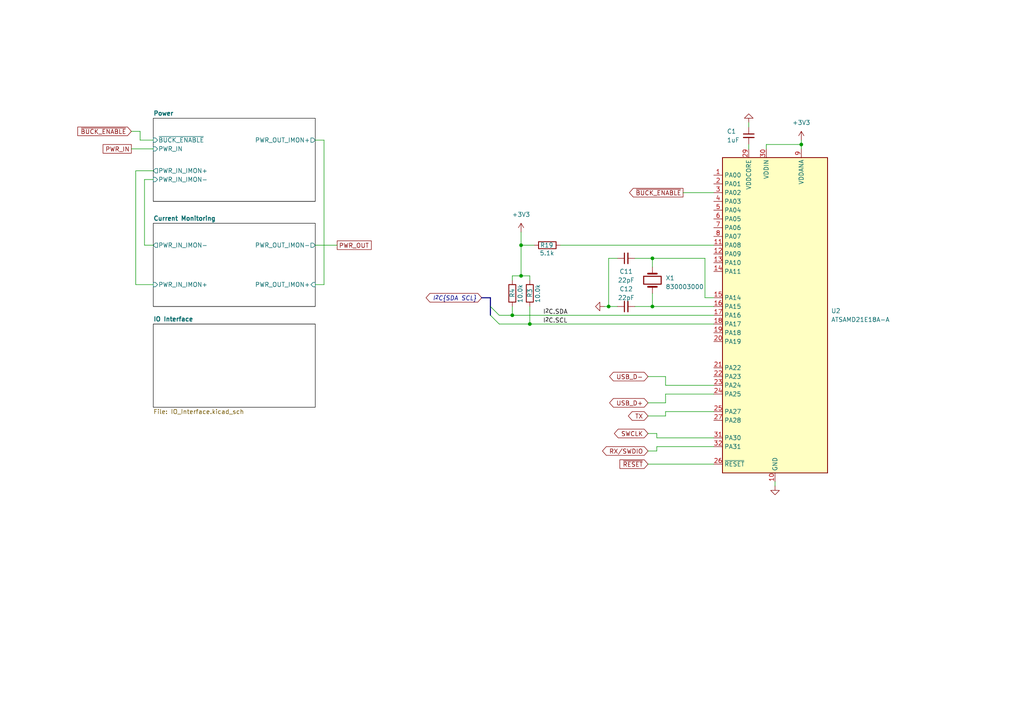
<source format=kicad_sch>
(kicad_sch (version 20230121) (generator eeschema)
  (paper "A4")
  (title_block (title "Smart Buck Converter") (date "2/7/2023") (rev "1.0.0") (company "Fabian Butkovich") (comment 1 "Microcontroller Unit and Sub Sheets"))
  (lib_symbols
    (symbol "Device:C_Small" (pin_numbers hide) (pin_names (offset 0.254) hide)
      (property "Reference" "C" (at 0.254 1.778 0))
      (property "Value" "C_Small" (at 0.254 -2.032 0))
      (symbol "C_Small_0_1"
        (polyline (pts (xy -1.524 -0.508) (xy 1.524 -0.508)) (stroke (width 0.3302)))
        (polyline (pts (xy -1.524 0.508) (xy 1.524 0.508)) (stroke (width 0.3048)))
      )
      (symbol "C_Small_1_1"
        (pin passive line (at 0 2.54 270) (length 2.032) (name "~") (number "1"))
        (pin passive line (at 0 -2.54 90) (length 2.032) (name "~") (number "2"))
      )
    )
    (symbol "Device:Crystal" (pin_numbers hide) (pin_names (offset 1.016) hide)
      (property "Reference" "Y" (at 0 3.81 0))
      (property "Value" "Crystal" (at 0 -3.81 0))
      (symbol "Crystal_0_1"
        (rectangle (start -1.143 2.54) (end 1.143 -2.54) (stroke (width 0.3048)))
        (polyline (pts (xy -2.54 0) (xy -1.905 0)))
        (polyline (pts (xy -1.905 -1.27) (xy -1.905 1.27)) (stroke (width 0.508)))
        (polyline (pts (xy 1.905 -1.27) (xy 1.905 1.27)) (stroke (width 0.508)))
        (polyline (pts (xy 2.54 0) (xy 1.905 0)))
      )
      (symbol "Crystal_1_1"
        (pin passive line (at -3.81 0 0) (length 1.27) (name "1") (number "1"))
        (pin passive line (at 3.81 0 180) (length 1.27) (name "2") (number "2"))
      )
    )
    (symbol "Device:R" (pin_numbers hide) (pin_names (offset 0))
      (property "Reference" "R" (at 2.032 0 90))
      (property "Value" "R" (at 0 0 90))
      (symbol "R_0_1"
        (rectangle (start -1.016 -2.54) (end 1.016 2.54) (stroke (width 0.254)))
      )
      (symbol "R_1_1"
        (pin passive line (at 0 3.81 270) (length 1.27) (name "~") (number "1"))
        (pin passive line (at 0 -3.81 90) (length 1.27) (name "~") (number "2"))
      )
    )
    (symbol "MCU_Microchip_SAMD:ATSAMD21E18A-A"
      (property "Reference" "U" (at -13.97 46.99 0))
      (property "Value" "ATSAMD21E18A-A" (at 16.51 46.99 0))
      (symbol "ATSAMD21E18A-A_1_1"
        (rectangle (start -15.24 45.72) (end 15.24 -45.72) (stroke (width 0.254)) (fill (type background)))
        (pin bidirectional line (at -17.78 40.64 0) (length 2.54) (name "PA00") (number "1"))
        (pin power_in line (at 0 -48.26 90) (length 2.54) (name "GND") (number "10"))
        (pin bidirectional line (at -17.78 20.32 0) (length 2.54) (name "PA08") (number "11"))
        (pin bidirectional line (at -17.78 17.78 0) (length 2.54) (name "PA09") (number "12"))
        (pin bidirectional line (at -17.78 15.24 0) (length 2.54) (name "PA10") (number "13"))
        (pin bidirectional line (at -17.78 12.7 0) (length 2.54) (name "PA11") (number "14"))
        (pin bidirectional line (at -17.78 5.08 0) (length 2.54) (name "PA14") (number "15"))
        (pin bidirectional line (at -17.78 2.54 0) (length 2.54) (name "PA15") (number "16"))
        (pin bidirectional line (at -17.78 0 0) (length 2.54) (name "PA16") (number "17"))
        (pin bidirectional line (at -17.78 -2.54 0) (length 2.54) (name "PA17") (number "18"))
        (pin bidirectional line (at -17.78 -5.08 0) (length 2.54) (name "PA18") (number "19"))
        (pin bidirectional line (at -17.78 38.1 0) (length 2.54) (name "PA01") (number "2"))
        (pin bidirectional line (at -17.78 -7.62 0) (length 2.54) (name "PA19") (number "20"))
        (pin bidirectional line (at -17.78 -15.24 0) (length 2.54) (name "PA22") (number "21"))
        (pin bidirectional line (at -17.78 -17.78 0) (length 2.54) (name "PA23") (number "22"))
        (pin bidirectional line (at -17.78 -20.32 0) (length 2.54) (name "PA24") (number "23"))
        (pin bidirectional line (at -17.78 -22.86 0) (length 2.54) (name "PA25") (number "24"))
        (pin bidirectional line (at -17.78 -27.94 0) (length 2.54) (name "PA27") (number "25"))
        (pin input line (at -17.78 -43.18 0) (length 2.54) (name "~{RESET}") (number "26"))
        (pin bidirectional line (at -17.78 -30.48 0) (length 2.54) (name "PA28") (number "27"))
        (pin passive line (at 0 -48.26 90) (length 2.54) hide (name "GND") (number "28"))
        (pin power_out line (at -7.62 48.26 270) (length 2.54) (name "VDDCORE") (number "29"))
        (pin bidirectional line (at -17.78 35.56 0) (length 2.54) (name "PA02") (number "3"))
        (pin power_in line (at -2.54 48.26 270) (length 2.54) (name "VDDIN") (number "30"))
        (pin bidirectional line (at -17.78 -35.56 0) (length 2.54) (name "PA30") (number "31"))
        (pin bidirectional line (at -17.78 -38.1 0) (length 2.54) (name "PA31") (number "32"))
        (pin bidirectional line (at -17.78 33.02 0) (length 2.54) (name "PA03") (number "4"))
        (pin bidirectional line (at -17.78 30.48 0) (length 2.54) (name "PA04") (number "5"))
        (pin bidirectional line (at -17.78 27.94 0) (length 2.54) (name "PA05") (number "6"))
        (pin bidirectional line (at -17.78 25.4 0) (length 2.54) (name "PA06") (number "7"))
        (pin bidirectional line (at -17.78 22.86 0) (length 2.54) (name "PA07") (number "8"))
        (pin power_in line (at 7.62 48.26 270) (length 2.54) (name "VDDANA") (number "9"))
      )
    )
    (symbol "power:+3.3V" (power) (pin_names (offset 0))
      (property "Value" "+3.3V" (at 0 3.556 0))
      (symbol "+3.3V_0_1"
        (polyline (pts (xy -0.762 1.27) (xy 0 2.54)))
        (polyline (pts (xy 0 0) (xy 0 2.54)))
        (polyline (pts (xy 0 2.54) (xy 0.762 1.27)))
      )
      (symbol "+3.3V_1_1"
        (pin power_in line (at 0 0 90) (length 0) hide (name "+3V3") (number "1"))
      )
    )
    (symbol "power:GND" (power) (pin_names (offset 0))
      (property "Value" "GND" (at 0 -3.81 0))
      (symbol "GND_0_1"
        (polyline (pts (xy 0 0) (xy 0 -1.27) (xy 1.27 -1.27) (xy 0 -2.54) (xy -1.27 -1.27) (xy 0 -1.27)))
      )
      (symbol "GND_1_1"
        (pin power_in line (at 0 0 270) (length 0) hide (name "GND") (number "1"))
      )
    )
  )
  (junction (at 151.13 71.12))
  (junction (at 232.41 41.91))
  (junction (at 153.67 93.98))
  (junction (at 176.53 88.9))
  (junction (at 148.59 91.44))
  (junction (at 189.23 88.9))
  (junction (at 151.13 80.01))
  (junction (at 189.23 74.93))
  (bus_entry (at 142.24 88.9) (size 2.54 2.54))
  (bus_entry (at 142.24 91.44) (size 2.54 2.54))
  (wire (pts (xy 91.44 71.12) (xy 97.79 71.12)))
  (wire (pts (xy 189.23 77.47) (xy 189.23 74.93)))
  (wire (pts (xy 39.37 82.55) (xy 44.45 82.55)))
  (wire (pts (xy 222.25 41.91) (xy 232.41 41.91)))
  (wire (pts (xy 193.04 120.65) (xy 193.04 119.38)))
  (wire (pts (xy 40.64 40.64) (xy 44.45 40.64)))
  (wire (pts (xy 193.04 111.76) (xy 193.04 109.22)))
  (wire (pts (xy 187.96 134.62) (xy 207.01 134.62)))
  (wire (pts (xy 144.78 91.44) (xy 148.59 91.44)))
  (wire (pts (xy 175.26 88.9) (xy 176.53 88.9)))
  (wire (pts (xy 144.78 93.98) (xy 153.67 93.98)))
  (wire (pts (xy 93.98 82.55) (xy 91.44 82.55)))
  (wire (pts (xy 153.67 88.9) (xy 153.67 93.98)))
  (bus (pts (xy 142.24 86.36) (xy 142.24 88.9)))
  (wire (pts (xy 148.59 81.28) (xy 148.59 80.01)))
  (wire (pts (xy 187.96 130.81) (xy 190.5 130.81)))
  (wire (pts (xy 151.13 80.01) (xy 153.67 80.01)))
  (wire (pts (xy 41.91 52.07) (xy 41.91 71.12)))
  (wire (pts (xy 198.12 55.88) (xy 207.01 55.88)))
  (wire (pts (xy 190.5 130.81) (xy 190.5 129.54)))
  (wire (pts (xy 187.96 116.84) (xy 193.04 116.84)))
  (wire (pts (xy 190.5 129.54) (xy 207.01 129.54)))
  (wire (pts (xy 187.96 120.65) (xy 193.04 120.65)))
  (wire (pts (xy 189.23 85.09) (xy 189.23 88.9)))
  (wire (pts (xy 232.41 41.91) (xy 232.41 43.18)))
  (wire (pts (xy 40.64 38.1) (xy 40.64 40.64)))
  (wire (pts (xy 187.96 125.73) (xy 190.5 125.73)))
  (wire (pts (xy 39.37 49.53) (xy 39.37 82.55)))
  (wire (pts (xy 190.5 125.73) (xy 190.5 127)))
  (wire (pts (xy 193.04 109.22) (xy 187.96 109.22)))
  (wire (pts (xy 148.59 91.44) (xy 207.01 91.44)))
  (wire (pts (xy 44.45 49.53) (xy 39.37 49.53)))
  (wire (pts (xy 204.47 86.36) (xy 207.01 86.36)))
  (wire (pts (xy 153.67 93.98) (xy 207.01 93.98)))
  (wire (pts (xy 148.59 80.01) (xy 151.13 80.01)))
  (wire (pts (xy 153.67 81.28) (xy 153.67 80.01)))
  (wire (pts (xy 224.79 139.7) (xy 224.79 140.97)))
  (wire (pts (xy 193.04 114.3) (xy 207.01 114.3)))
  (bus (pts (xy 139.7 86.36) (xy 142.24 86.36)))
  (wire (pts (xy 148.59 88.9) (xy 148.59 91.44)))
  (bus (pts (xy 142.24 88.9) (xy 142.24 91.44)))
  (wire (pts (xy 38.1 43.18) (xy 44.45 43.18)))
  (wire (pts (xy 222.25 43.18) (xy 222.25 41.91)))
  (wire (pts (xy 151.13 71.12) (xy 151.13 80.01)))
  (wire (pts (xy 193.04 116.84) (xy 193.04 114.3)))
  (wire (pts (xy 41.91 71.12) (xy 44.45 71.12)))
  (wire (pts (xy 162.56 71.12) (xy 207.01 71.12)))
  (wire (pts (xy 91.44 40.64) (xy 93.98 40.64)))
  (wire (pts (xy 190.5 127) (xy 207.01 127)))
  (wire (pts (xy 179.07 74.93) (xy 176.53 74.93)))
  (wire (pts (xy 204.47 74.93) (xy 204.47 86.36)))
  (wire (pts (xy 193.04 119.38) (xy 207.01 119.38)))
  (wire (pts (xy 176.53 88.9) (xy 179.07 88.9)))
  (wire (pts (xy 38.1 38.1) (xy 40.64 38.1)))
  (wire (pts (xy 207.01 111.76) (xy 193.04 111.76)))
  (wire (pts (xy 232.41 40.64) (xy 232.41 41.91)))
  (wire (pts (xy 93.98 40.64) (xy 93.98 82.55)))
  (wire (pts (xy 184.15 88.9) (xy 189.23 88.9)))
  (wire (pts (xy 217.17 35.56) (xy 217.17 36.83)))
  (wire (pts (xy 44.45 52.07) (xy 41.91 52.07)))
  (wire (pts (xy 217.17 41.91) (xy 217.17 43.18)))
  (wire (pts (xy 176.53 74.93) (xy 176.53 88.9)))
  (wire (pts (xy 151.13 67.31) (xy 151.13 71.12)))
  (wire (pts (xy 189.23 74.93) (xy 204.47 74.93)))
  (wire (pts (xy 151.13 71.12) (xy 154.94 71.12)))
  (wire (pts (xy 189.23 88.9) (xy 207.01 88.9)))
  (wire (pts (xy 184.15 74.93) (xy 189.23 74.93)))
  (label "I^{2}C.SCL" (at 157.48 93.98 0))
  (label "I^{2}C.SDA" (at 157.48 91.44 0))
  (global_label "USB_D+" (shape bidirectional) (at 187.96 116.84 180) (property "Intersheetrefs" "${INTERSHEET_REFS}" (effects hide)))
  (global_label "RX{slash}SWDIO" (shape bidirectional) (at 187.96 130.81 180) (property "Intersheetrefs" "${INTERSHEET_REFS}" (effects hide)))
  (global_label "PWR_OUT" (shape passive) (at 97.79 71.12 0) (property "Intersheetrefs" "${INTERSHEET_REFS}" (effects hide)))
  (global_label "USB_D-" (shape bidirectional) (at 187.96 109.22 180) (property "Intersheetrefs" "${INTERSHEET_REFS}" (effects hide)))
  (global_label "TX" (shape bidirectional) (at 187.96 120.65 180) (property "Intersheetrefs" "${INTERSHEET_REFS}" (effects hide)))
  (global_label "SWCLK" (shape bidirectional) (at 187.96 125.73 180) (property "Intersheetrefs" "${INTERSHEET_REFS}" (effects hide)))
  (global_label "I^{2}C{SDA SCL}" (shape bidirectional) (at 139.7 86.36 180) (effects (font italic)) (property "Intersheetrefs" "${INTERSHEET_REFS}" (effects hide)))
  (global_label "PWR_IN" (shape passive) (at 38.1 43.18 180) (property "Intersheetrefs" "${INTERSHEET_REFS}" (effects hide)))
  (global_label "~{BUCK_ENABLE}" (shape output) (at 198.12 55.88 180) (property "Intersheetrefs" "${INTERSHEET_REFS}" (effects hide)))
  (global_label "~{BUCK_ENABLE}" (shape input) (at 38.1 38.1 180) (property "Intersheetrefs" "${INTERSHEET_REFS}" (effects hide)))
  (global_label "~{RESET}" (shape input) (at 187.96 134.62 180) (property "Intersheetrefs" "${INTERSHEET_REFS}" (effects hide)))
  (symbol (lib_id "power:GND") (at 175.26 88.9 270) (unit 1)
    (property "Reference" "#PWR05" (effects hide))
    (property "Value" "GND" (effects hide))
  )
  (symbol (lib_id "Device:R") (at 153.67 85.09 0) (unit 1)
    (property "Reference" "R3" (at 153.67 86.36 90) (effects (justify left)))
    (property "Value" "10.0k" (at 155.956 87.884 90) (effects (justify left)))
    (property "Footprint" "Resistor_SMD:R_0805_2012Metric" (effects hide))
  )
  (symbol (lib_id "power:+3.3V") (at 232.41 40.64 0) (unit 1)
    (property "Reference" "#PWR09" (effects hide))
    (property "Value" "+3.3V" (at 232.41 35.56 0))
  )
  (symbol (lib_id "power:GND") (at 224.79 140.97 0) (unit 1)
    (property "Reference" "#PWR08" (effects hide))
    (property "Value" "GND" (effects hide))
  )
  (symbol (lib_id "Device:Crystal") (at 189.23 81.28 90) (unit 1)
    (property "Reference" "X1" (at 193.04 80.645 90) (effects (justify right)))
    (property "Value" "830003000" (at 193.04 83.185 90) (effects (justify right)))
    (property "Footprint" "User Components:XTAL_ABS25-32.768KHZ-6-1-T" (effects hide))
  )
  (symbol (lib_id "Device:C_Small") (at 181.61 88.9 90) (unit 1)
    (property "Reference" "C12" (at 181.6163 83.82 90))
    (property "Value" "22pF" (at 181.6163 86.36 90))
    (property "Footprint" "Capacitor_SMD:C_0805_2012Metric" (effects hide))
  )
  (symbol (lib_id "Device:C_Small") (at 217.17 39.37 0) (unit 1)
    (property "Reference" "C1" (at 210.82 38.1 0) (effects (justify left)))
    (property "Value" "1uF" (at 210.82 40.64 0) (effects (justify left)))
    (property "Footprint" "Capacitor_SMD:C_0805_2012Metric" (effects hide))
  )
  (symbol (lib_id "Device:R") (at 148.59 85.09 0) (unit 1)
    (property "Reference" "R4" (at 148.59 86.36 90) (effects (justify left)))
    (property "Value" "10.0k" (at 150.876 87.884 90) (effects (justify left)))
    (property "Footprint" "Resistor_SMD:R_0805_2012Metric" (effects hide))
  )
  (symbol (lib_id "MCU_Microchip_SAMD:ATSAMD21E18A-A") (at 224.79 91.44 0) (unit 1)
    (property "Reference" "U2" (at 241.046 90.1699 0) (effects (justify left)))
    (property "Value" "ATSAMD21E18A-A" (at 241.046 92.7099 0) (effects (justify left)))
    (property "Footprint" "Package_QFP:TQFP-32_7x7mm_P0.8mm" (effects hide))
    (property "Datasheet" "http://ww1.microchip.com/downloads/en/DeviceDoc/SAM_D21_DA1_Family_Data%20Sheet_DS40001882E.pdf" (effects hide))
  )
  (symbol (lib_id "power:GND") (at 217.17 35.56 180) (unit 1)
    (property "Reference" "#PWR07" (effects hide))
    (property "Value" "GND" (effects hide))
  )
  (symbol (lib_id "Device:C_Small") (at 181.61 74.93 90) (unit 1)
    (property "Reference" "C11" (at 181.6163 78.74 90))
    (property "Value" "22pF" (at 181.6163 81.28 90))
    (property "Footprint" "Capacitor_SMD:C_0805_2012Metric" (effects hide))
  )
  (symbol (lib_id "power:+3.3V") (at 151.13 67.31 0) (unit 1)
    (property "Reference" "#PWR06" (effects hide))
    (property "Value" "+3.3V" (at 151.13 62.23 0))
  )
  (symbol (lib_id "Device:R") (at 158.75 71.12 90) (unit 1)
    (property "Reference" "R19" (at 160.528 71.12 90) (effects (justify left)))
    (property "Value" "5.1k" (at 160.782 73.406 90) (effects (justify left)))
    (property "Footprint" "Resistor_SMD:R_0805_2012Metric" (effects hide))
  )
  (sheet (at 44.45 93.98) (size 46.99 24.13) (stroke (width 0.1) (color 0 0 0 1))
    (property "Sheetname" "IO Interface" (at 44.45 93.2946 0) (effects (font bold) (justify left bottom)))
    (property "Sheetfile" "IO_Interface.kicad_sch" (at 44.45 118.6684 0) (effects (justify left top)))
  )
  (sheet (at 44.45 64.77) (size 46.99 24.13) (stroke (width 0.1) (color 0 0 0 1))
    (property "Sheetname" "Current Monitoring" (at 44.45 64.0846 0) (effects (font bold) (justify left bottom)))
    (property "Sheetfile" "Current Monitoring.kicad_sch" (effects hide))
    (pin "PWR_IN_IMON+" input (at 44.45 82.55 180))
    (pin "PWR_IN_IMON-" output (at 44.45 71.12 180))
    (pin "PWR_OUT_IMON+" input (at 91.44 82.55 0))
    (pin "PWR_OUT_IMON-" output (at 91.44 71.12 0))
  )
  (sheet (at 44.45 34.29) (size 46.99 24.13) (stroke (width 0.1) (color 0 0 0 1))
    (property "Sheetname" "Power" (at 44.45 33.6046 0) (effects (font bold) (justify left bottom)))
    (property "Sheetfile" "Buck Conversion.kicad_sch" (effects hide))
    (pin "PWR_IN_IMON+" output (at 44.45 49.53 180))
    (pin "PWR_OUT_IMON+" output (at 91.44 40.64 0))
    (pin "PWR_IN_IMON-" input (at 44.45 52.07 180))
    (pin "PWR_IN" input (at 44.45 43.18 180))
    (pin "~{BUCK_ENABLE}" input (at 44.45 40.64 180))
  )
)
</source>
